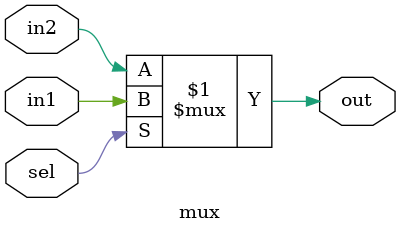
<source format=v>
module mux(out,in1,in2,sel);
    
    output out;
    input in1,in2,sel;
    
    assign out = sel ? in1 : in2;
    
endmodule
</source>
